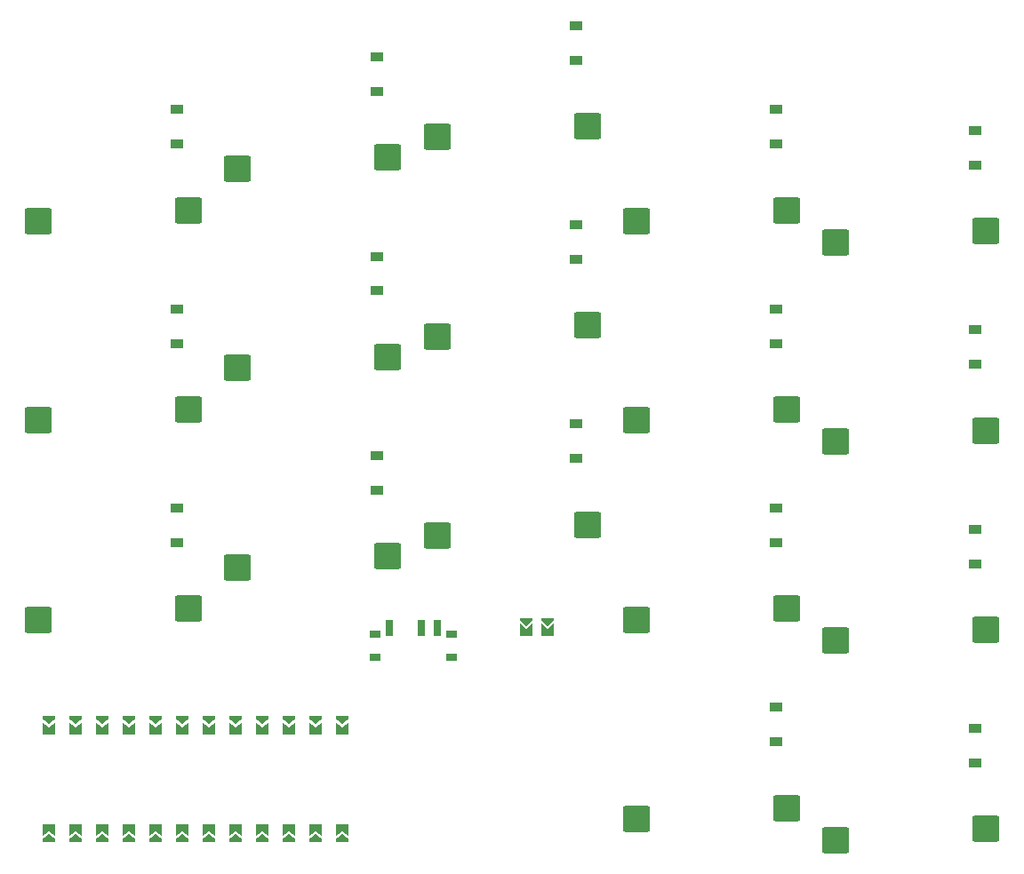
<source format=gbr>
%TF.GenerationSoftware,KiCad,Pcbnew,8.0.4*%
%TF.CreationDate,2024-08-31T21:53:54+08:00*%
%TF.ProjectId,board,626f6172-642e-46b6-9963-61645f706362,v1.0.0*%
%TF.SameCoordinates,Original*%
%TF.FileFunction,Paste,Top*%
%TF.FilePolarity,Positive*%
%FSLAX46Y46*%
G04 Gerber Fmt 4.6, Leading zero omitted, Abs format (unit mm)*
G04 Created by KiCad (PCBNEW 8.0.4) date 2024-08-31 21:53:54*
%MOMM*%
%LPD*%
G01*
G04 APERTURE LIST*
G04 Aperture macros list*
%AMRoundRect*
0 Rectangle with rounded corners*
0 $1 Rounding radius*
0 $2 $3 $4 $5 $6 $7 $8 $9 X,Y pos of 4 corners*
0 Add a 4 corners polygon primitive as box body*
4,1,4,$2,$3,$4,$5,$6,$7,$8,$9,$2,$3,0*
0 Add four circle primitives for the rounded corners*
1,1,$1+$1,$2,$3*
1,1,$1+$1,$4,$5*
1,1,$1+$1,$6,$7*
1,1,$1+$1,$8,$9*
0 Add four rect primitives between the rounded corners*
20,1,$1+$1,$2,$3,$4,$5,0*
20,1,$1+$1,$4,$5,$6,$7,0*
20,1,$1+$1,$6,$7,$8,$9,0*
20,1,$1+$1,$8,$9,$2,$3,0*%
%AMFreePoly0*
4,1,6,0.250000,0.000000,-0.250000,-0.625000,-0.500000,-0.625000,-0.500000,0.625000,-0.250000,0.625000,0.250000,0.000000,0.250000,0.000000,$1*%
%AMFreePoly1*
4,1,6,0.500000,-0.625000,-0.650000,-0.625000,-0.150000,0.000000,-0.650000,0.625000,0.500000,0.625000,0.500000,-0.625000,0.500000,-0.625000,$1*%
%AMFreePoly2*
4,1,6,0.600000,-1.000000,0.000000,-0.400000,-0.600000,-1.000000,-0.600000,0.250000,0.600000,0.250000,0.600000,-1.000000,0.600000,-1.000000,$1*%
%AMFreePoly3*
4,1,6,0.600000,-0.200000,0.600000,-0.400000,-0.600000,-0.400000,-0.600000,-0.200000,0.000000,0.400000,0.600000,-0.200000,0.600000,-0.200000,$1*%
G04 Aperture macros list end*
%ADD10FreePoly0,270.000000*%
%ADD11FreePoly0,90.000000*%
%ADD12FreePoly1,270.000000*%
%ADD13FreePoly1,90.000000*%
%ADD14R,1.000000X0.800000*%
%ADD15R,0.700000X1.500000*%
%ADD16FreePoly2,180.000000*%
%ADD17FreePoly3,180.000000*%
%ADD18R,1.200000X0.900000*%
%ADD19RoundRect,0.250000X-1.050000X-1.000000X1.050000X-1.000000X1.050000X1.000000X-1.050000X1.000000X0*%
G04 APERTURE END LIST*
D10*
%TO.C,MCU1*%
X169810000Y-171450000D03*
X172350000Y-171450000D03*
X174890000Y-171450000D03*
X177430000Y-171450000D03*
X179970000Y-171450000D03*
X182510000Y-171450000D03*
X185050000Y-171450000D03*
X187590000Y-171450000D03*
X190130000Y-171450000D03*
X192670000Y-171450000D03*
X195210000Y-171450000D03*
X197750000Y-171450000D03*
D11*
X197750000Y-182450000D03*
X195210000Y-182450000D03*
X192670000Y-182450000D03*
X190130000Y-182450000D03*
X187590000Y-182450000D03*
X185050000Y-182450000D03*
X182510000Y-182450000D03*
X179970000Y-182450000D03*
X177430000Y-182450000D03*
X174890000Y-182450000D03*
X172350000Y-182450000D03*
X169810000Y-182450000D03*
D12*
X169810000Y-172175000D03*
X172350000Y-172175000D03*
X174890000Y-172175000D03*
X177430000Y-172175000D03*
X179970000Y-172175000D03*
X182510000Y-172175000D03*
X185050000Y-172175000D03*
X187590000Y-172175000D03*
X190130000Y-172175000D03*
X192670000Y-172175000D03*
X195210000Y-172175000D03*
X197750000Y-172175000D03*
D13*
X197750000Y-181725000D03*
X195210000Y-181725000D03*
X192670000Y-181725000D03*
X190130000Y-181725000D03*
X187590000Y-181725000D03*
X185050000Y-181725000D03*
X182510000Y-181725000D03*
X179970000Y-181725000D03*
X177430000Y-181725000D03*
X174890000Y-181725000D03*
X172350000Y-181725000D03*
X169810000Y-181725000D03*
%TD*%
D14*
%TO.C,PWR1*%
X208150000Y-163139999D03*
X200850000Y-163140000D03*
X208150000Y-165350000D03*
X200850000Y-165350000D03*
D15*
X202250000Y-162490000D03*
X205250000Y-162490000D03*
X206750000Y-162490000D03*
%TD*%
D16*
%TO.C,JST1*%
X215250000Y-163000000D03*
X217250000Y-163000000D03*
D17*
X215250000Y-161984000D03*
X217250000Y-161984000D03*
%TD*%
D18*
%TO.C,D14*%
X258000000Y-175400000D03*
X258000000Y-172100000D03*
%TD*%
%TO.C,D5*%
X201000000Y-130400000D03*
X201000000Y-127100000D03*
%TD*%
%TO.C,D11*%
X239000000Y-154400000D03*
X239000000Y-151100000D03*
%TD*%
D19*
%TO.C,S16*%
X259050000Y-143700000D03*
X244750000Y-144750000D03*
%TD*%
%TO.C,S8*%
X221050000Y-133700000D03*
X206750000Y-134750000D03*
%TD*%
%TO.C,S17*%
X259050000Y-124700000D03*
X244750000Y-125750000D03*
%TD*%
D18*
%TO.C,D3*%
X182000000Y-116400000D03*
X182000000Y-113100000D03*
%TD*%
D19*
%TO.C,S9*%
X221050000Y-114700000D03*
X206750000Y-115750000D03*
%TD*%
%TO.C,S11*%
X240050000Y-160700000D03*
X225750000Y-161750000D03*
%TD*%
%TO.C,S15*%
X259050000Y-162700000D03*
X244750000Y-163750000D03*
%TD*%
%TO.C,S7*%
X221050000Y-152700000D03*
X206750000Y-153750000D03*
%TD*%
D18*
%TO.C,D10*%
X239000000Y-173400000D03*
X239000000Y-170100000D03*
%TD*%
%TO.C,D12*%
X239000000Y-135400000D03*
X239000000Y-132100000D03*
%TD*%
%TO.C,D8*%
X220000000Y-127400000D03*
X220000000Y-124100000D03*
%TD*%
%TO.C,D2*%
X182000000Y-135400000D03*
X182000000Y-132100000D03*
%TD*%
D19*
%TO.C,S5*%
X202050000Y-136700000D03*
X187750000Y-137750000D03*
%TD*%
%TO.C,S6*%
X202050000Y-117700000D03*
X187750000Y-118750000D03*
%TD*%
%TO.C,S14*%
X259050000Y-181700000D03*
X244750000Y-182750000D03*
%TD*%
D18*
%TO.C,D9*%
X220000000Y-108400000D03*
X220000000Y-105100000D03*
%TD*%
%TO.C,D6*%
X201000000Y-111400000D03*
X201000000Y-108100000D03*
%TD*%
D19*
%TO.C,S3*%
X183050000Y-122700000D03*
X168750000Y-123750000D03*
%TD*%
%TO.C,S1*%
X183050000Y-160700000D03*
X168750000Y-161750000D03*
%TD*%
D18*
%TO.C,D15*%
X258000000Y-156400000D03*
X258000000Y-153100000D03*
%TD*%
%TO.C,D16*%
X258000000Y-137400000D03*
X258000000Y-134100000D03*
%TD*%
D19*
%TO.C,S10*%
X240050000Y-179700000D03*
X225750000Y-180750000D03*
%TD*%
%TO.C,S4*%
X202050000Y-155700000D03*
X187750000Y-156750000D03*
%TD*%
%TO.C,S13*%
X240050000Y-122700000D03*
X225750000Y-123750000D03*
%TD*%
D18*
%TO.C,D13*%
X239000000Y-116400000D03*
X239000000Y-113100000D03*
%TD*%
D19*
%TO.C,S12*%
X240050000Y-141700000D03*
X225750000Y-142750000D03*
%TD*%
D18*
%TO.C,D7*%
X220000000Y-146400000D03*
X220000000Y-143100000D03*
%TD*%
D19*
%TO.C,S2*%
X183050000Y-141700000D03*
X168750000Y-142750000D03*
%TD*%
D18*
%TO.C,D1*%
X182000000Y-154400000D03*
X182000000Y-151100000D03*
%TD*%
%TO.C,D17*%
X258000000Y-118400000D03*
X258000000Y-115100000D03*
%TD*%
%TO.C,D4*%
X201000000Y-149400000D03*
X201000000Y-146100000D03*
%TD*%
M02*

</source>
